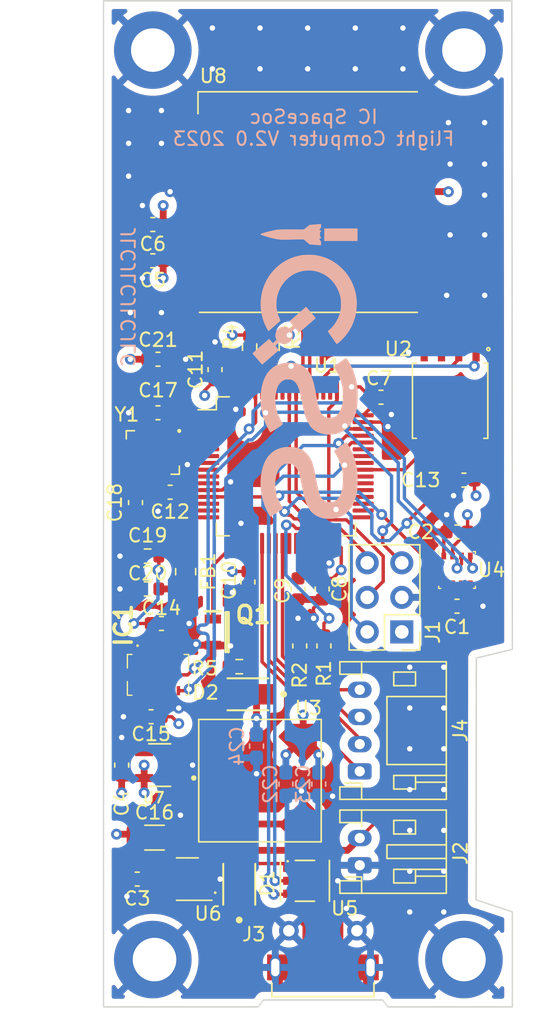
<source format=kicad_pcb>
(kicad_pcb (version 20211014) (generator pcbnew)
  (layers (0 "F.Cu" signal) (1 "In1.Cu" power) (2 "In2.Cu" power) (31 "B.Cu" signal) (34 "B.Paste" user) (35 "F.Paste" user) (36 "B.SilkS" user "B.Silkscreen") (37 "F.SilkS" user "F.Silkscreen") (38 "B.Mask" user) (39 "F.Mask" user) (44 "Edge.Cuts" user))
  (net 0 "")
  (net 5 "Net-(C9-Pad1)")
  (net 6 "Net-(C17-Pad1)")
  (net 12 "Net-(C18-Pad1)")
  (net 14 "/MCU/QUADSPI_CLK")
  (net 15 "/MCU/QUADSPI_IO0")
  (net 20 "/MCU/SPI1_SCK")
  (net 21 "/MCU/SPI1_MISO")
  (net 22 "/MCU/SPI1_MOSI")
  (net 23 "/MCU/Radio_Enable")
  (net 26 "/MCU/SYS_JTCK_SWCLK")
  (net 37 "/MCU/QUADSPI_IO1")
  (net 43 "Net-(Q1-Pad3)")
  (net 44 "/MCU/QUADSPI_NCS")
  (net 47 "Net-(R5-Pad1)")
  (net 48 "/MCU/usb_dm")
  (net 51 "/MCU/usb_dp")
  (net 52 "/MCU/SCL")
  (net 53 "GND")
  (net 54 "+3.3V")
  (net 57 "+3.3VA")
  (net 58 "VBUS")
  (net 61 "Net-(C3-Pad1)")
  (net 67 "/GPS/rx_gps")
  (net 68 "/GPS/tx_gps")
  (net 69 "Net-(J3-Pad2)")
  (net 70 "Net-(J3-Pad3)")
  (net 71 "/MCU/SYS_JTMS_SWDIO")
  (net 72 "/MCU/SYS_JTDO_SWO")
  (net 73 "/MCU/SYS_JTRST")
  (net 74 "/MCU/SYS_JTDI")
  (net 75 "/MCU/buzzer_gate")
  (net 76 "/MCU/SDA")
  (net 78 "Net-(J2-Pad2)")
  (net 79 "/MCU/PWR_BVOLTS")
  (net 80 "Net-(C20-Pad1)")
  (footprint "MountingHole:MountingHole_3.2mm_M3_ISO7380_Pad_TopBottom" (layer "F.Cu") (at 46.482 90.5)
    (fp_text reference "H4" hide)
    (fp_text value "MountingHole_Pad")
  )
  (footprint "Resistor_SMD:R_0603_1608Metric" (layer "F.Cu") (at 23.241 63.246 180)
    (fp_text reference "C20")
    (fp_text value "1uF")
  )
  (footprint "Capacitor_SMD:C_0603_1608Metric" (layer "F.Cu") (at 46.482 55.245 180)
    (fp_text reference "C13")
    (fp_text value "100nF")
  )
  (footprint "Resistor_SMD:R_0603_1608Metric" (layer "F.Cu") (at 29.972 68.961)
    (fp_text reference "R5")
    (fp_text value "68")
  )
  (footprint "Capacitor_SMD:C_0603_1608Metric" (layer "F.Cu") (at 24.003 50.292 180)
    (fp_text reference "C17")
    (fp_text value "8pF")
  )
  (footprint "Capacitor_SMD:C_0603_1608Metric" (layer "F.Cu") (at 24.892 56.134 180)
    (fp_text reference "C12")
    (fp_text value "100nF")
  )
  (footprint "Resistor_SMD:R_0603_1608Metric" (layer "F.Cu") (at 30.734 45.466 90)
    (fp_text reference "R4")
    (fp_text value "4.7k")
  )
  (footprint "Components:JST_PH_S2B-PH-K_1x02_P2.00mm_Horizontal" (layer "F.Cu") (at 38.825 83.566 90)
    (fp_text reference "J2")
    (fp_text value "Conn_01x02")
  )
  (footprint "Resistor_SMD:R_0805_2012Metric" (layer "F.Cu") (at 26.035 61.976 -90)
    (fp_text reference "FB1")
    (fp_text value "120R@100MHz")
  )
  (footprint "Components:Quectel_L80-R" (layer "F.Cu") (at 35.052 34.798)
    (fp_text reference "U8")
    (fp_text value "L80-M39")
  )
  (footprint "Resistor_SMD:R_0603_1608Metric" (layer "F.Cu") (at 32.385 45.466 90)
    (fp_text reference "R3")
    (fp_text value "4.7k")
  )
  (footprint "Components:SOT96P240X120-3N" (layer "F.Cu") (at 29.083 66.421)
    (fp_text reference "Q1")
    (fp_text value "2N7002-7-F" hide)
  )
  (footprint "Capacitor_SMD:C_0603_1608Metric" (layer "F.Cu") (at 23.622 36.449 180)
    (fp_text reference "C6")
    (fp_text value "100nF")
  )
  (footprint "Components:MOLEX_105017-0001" (layer "F.Cu") (at 36.12 91.078)
    (fp_text reference "J3")
    (fp_text value "105017-0001")
  )
  (footprint "Capacitor_SMD:C_0603_1608Metric" (layer "F.Cu") (at 30.607 62.738 -90)
    (fp_text reference "C10")
    (fp_text value "100nF")
  )
  (footprint "Capacitor_SMD:C_0603_1608Metric" (layer "F.Cu") (at 36.195 67.437 90)
    (fp_text reference "R1")
    (fp_text value "100k")
  )
  (footprint "Capacitor_SMD:C_0603_1608Metric" (layer "F.Cu") (at 24.257 65.786)
    (fp_text reference "C14")
    (fp_text value "100nF")
  )
  (footprint "Components:PowerDI123" (layer "F.Cu") (at 30.607 70.993)
    (fp_text reference "D2")
    (fp_text value "DFLS130L" hide)
  )
  (footprint "MountingHole:MountingHole_3.2mm_M3_ISO7380_Pad_TopBottom" (layer "F.Cu") (at 46.482 23.622)
    (fp_text reference "H2" hide)
    (fp_text value "MountingHole_Pad")
  )
  (footprint "Components:BMI088" (layer "F.Cu") (at 24.003 69.5635)
    (fp_text reference "IC1")
    (fp_text value "BMI088" hide)
  )
  (footprint "Capacitor_SMD:C_0603_1608Metric" (layer "F.Cu") (at 21.336 76.2 90)
    (fp_text reference "C4")
    (fp_text value "1uF")
  )
  (footprint "Components:JST_PH_S4B-PH-K_1x04_P2.00mm_Horizontal" (layer "F.Cu") (at 38.825 76.66 90)
    (fp_text reference "J4")
    (fp_text value "Conn_01x04")
  )
  (footprint "Capacitor_SMD:C_0603_1608Metric" (layer "F.Cu") (at 45.974 64.516)
    (fp_text reference "C1")
    (fp_text value "100nF")
  )
  (footprint "Components:SOT95P280X145-5N" (layer "F.Cu") (at 24.13 76.2 180)
    (fp_text reference "U7")
    (fp_text value "NCP161ASN330T1G")
  )
  (footprint "Capacitor_SMD:C_0603_1608Metric" (layer "F.Cu") (at 34.29 63.246 -90)
    (fp_text reference "C9")
    (fp_text value "4.7u")
  )
  (footprint "Components:ECS-80-8-33Q-ADS-TR3 Crystal" (layer "F.Cu") (at 23.622 53.213 180)
    (fp_text reference "Y1")
    (fp_text value "Crystal_GND24")
  )
  (footprint "Connector_PinHeader_2.54mm:PinHeader_2x03_P2.54mm_Vertical" (layer "F.Cu") (at 41.915 66.406 180)
    (fp_text reference "J1")
    (fp_text value "Conn_01x06_Male")
  )
  (footprint "Components:SDR08540M3-01 Buzzer" (layer "F.Cu") (at 31.496 77.343)
    (fp_text reference "U3")
    (fp_text value "SDR08540M3-01")
  )
  (footprint "Components:STF202-22T1G" (layer "F.Cu") (at 34.798 84.709 -90)
    (fp_text reference "U5")
    (fp_text value "STF202-22T1G" hide)
  )
  (footprint "Capacitor_SMD:C_0603_1608Metric" (layer "F.Cu") (at 24.003 46.355)
    (fp_text reference "C21")
    (fp_text value "4.7uF")
  )
  (footprint "Capacitor_SMD:C_0603_1608Metric" (layer "F.Cu") (at 22.479 84.582 180)
    (fp_text reference "C3")
    (fp_text value "1uF")
  )
  (footprint "Resistor_SMD:R_0603_1608Metric" (layer "F.Cu") (at 23.241 60.833 180)
    (fp_text reference "C19")
    (fp_text value "1uF")
  )
  (footprint "Components:PowerDI123" (layer "F.Cu") (at 29.972 84.963 -90)
    (fp_text reference "D1")
    (fp_text value "DFLS130L" hide)
  )
  (footprint "MountingHole:MountingHole_3.2mm_M3_ISO7380_Pad_TopBottom" (layer "F.Cu") (at 23.622 23.622)
    (fp_text reference "H3" hide)
    (fp_text value "MountingHole_Pad")
  )
  (footprint "Package_LGA:Bosch_LGA-8_2.5x2.5mm_P0.65mm_ClockwisePinNumbering" (layer "F.Cu") (at 45.974 61.849)
    (fp_text reference "U4")
    (fp_text value "BME280")
  )
  (footprint "Capacitor_SMD:C_0603_1608Metric" (layer "F.Cu") (at 36.068 63.246 -90)
    (fp_text reference "C8")
    (fp_text value "100nF")
  )
  (footprint "Capacitor_SMD:C_1206_3216Metric" (layer "F.Cu") (at 23.749 81.534)
    (fp_text reference "C16")
    (fp_text value "1uF")
  )
  (footprint "Capacitor_SMD:C_0603_1608Metric" (layer "F.Cu") (at 40.386 49.149)
    (fp_text reference "C7")
    (fp_text value "100nF")
  )
  (footprint "Capacitor_SMD:C_0603_1608Metric" (layer "F.Cu") (at 23.495 72.644)
    (fp_text reference "C15")
    (fp_text value "100nF")
  )
  (footprint "MountingHole:MountingHole_3.2mm_M3_ISO7380_Pad_TopBottom" (layer "F.Cu") (at 23.622 90.5)
    (fp_text reference "H1" hide)
    (fp_text value "MountingHole_Pad")
  )
  (footprint "Package_TO_SOT_SMD:SOT-23-5" (layer "F.Cu") (at 26.162 84.582 180)
    (fp_text reference "U6")
    (fp_text value "MAX40203_SOT23" hide)
  )
  (footprint "Capacitor_SMD:C_0603_1608Metric" (layer "F.Cu") (at 22.352 56.896 -90)
    (fp_text reference "C18")
    (fp_text value "8pF")
  )
  (footprint "Capacitor_SMD:C_0603_1608Metric" (layer "F.Cu") (at 45.974 59.055 180)
    (fp_text reference "C2")
    (fp_text value "100nF")
  )
  (footprint "Capacitor_SMD:C_0603_1608Metric" (layer "F.Cu") (at 34.417 67.437 90)
    (fp_text reference "R2")
    (fp_text value "100k")
  )
  (footprint "Components:LQFP-64_10x10mm_P0.5mm" (layer "F.Cu") (at 33.401 54.229)
    (fp_text reference "U1")
    (fp_text value "STM32F446RETx")
  )
  (footprint "Components:W25Q64JVSSIQ" (layer "F.Cu") (at 45.466 49.403 -90)
    (fp_text reference "U2")
    (fp_text value "W25Q64JVSS" hide)
  )
  (footprint "Capacitor_SMD:C_0603_1608Metric" (layer "F.Cu") (at 28.194 47.117 90)
    (fp_text reference "C11")
    (fp_text value "100nF")
  )
  (footprint "Capacitor_SMD:C_0603_1608Metric" (layer "F.Cu") (at 23.622 39.116 180)
    (fp_text reference "C5")
    (fp_text value "100nF")
  )
  (footprint "Components:ICSS_Logo" (layer "B.Cu") (at 34.798 47.244 -90)
    (fp_text reference "G***" hide)
    (fp_text value "LOGO" hide)
  )
  (footprint "Capacitor_SMD:C_0603_1608Metric_Pad1.08x0.95mm_HandSolder" (layer "B.Cu") (at 35.814 77.597 -90)
    (fp_text reference "C23")
    (fp_text value "1uF")
  )
  (footprint "Capacitor_SMD:C_0603_1608Metric_Pad1.08x0.95mm_HandSolder" (layer "B.Cu") (at 33.401 77.597 -90)
    (fp_text reference "C22")
    (fp_text value "1uF")
  )
  (footprint "Capacitor_SMD:C_0603_1608Metric_Pad1.08x0.95mm_HandSolder" (layer "B.Cu") (at 31.242 74.803 -90)
    (fp_text reference "C24")
    (fp_text value "1uF")
  )
  (gr_poly (pts (xy 50.038 67.691) (xy 47.39099 68.326) (xy 47.371 86.106) (xy 50.038 86.995) (xy 50.038 93.98) (xy 40.894 93.98) (xy 40.513 93.472) (xy 31.75 93.472) (xy 31.369 93.98) (xy 20 93.98) (xy 20 20) (xy 50 20)) (layer "Edge.Cuts") (width 0.1) (fill none))
  (gr_text "JLCJLCJLCJLC" (at 21.844 41.783 90) (layer "B.SilkS") (effects (font (size 1 1)) (justify mirror)))
  (gr_text "IC SpaceSoc\nFlight Computer V2.0 2023" (at 35.433 29.337) (layer "B.SilkS") (effects (font (size 1 1)) (justify mirror)))
  (segment (start 34.29 61.592343) (end 34.878343 61.004) (width 0.25) (layer "F.Cu") (net 5))
  (segment (start 34.878343 61.004) (end 35.891685 61.004) (width 0.25) (layer "F.Cu") (net 5))
  (segment (start 35.891685 61.004) (end 36.151 60.744685) (width 0.25) (layer "F.Cu") (net 5))
  (segment (start 36.151 60.744685) (end 36.151 59.904) (width 0.25) (layer "F.Cu") (net 5))
  (segment (start 34.29 62.471) (end 34.29 61.592343) (width 0.25) (layer "F.Cu") (net 5))
  (segment (start 24.778 50.292) (end 24.778 50.686) (width 0.25) (layer "F.Cu") (net 6))
  (segment (start 23.876 51.308) (end 25.4 51.308) (width 0.25) (layer "F.Cu") (net 6))
  (segment (start 23.749 51.435) (end 23.876 51.308) (width 0.25) (layer "F.Cu") (net 6))
  (segment (start 24.772 52.313) (end 23.992 52.313) (width 0.25) (layer "F.Cu") (net 6))
  (segment (start 26.571 52.479) (end 27.726 52.479) (width 0.25) (layer "F.Cu") (net 6))
  (segment (start 23.749 52.07) (end 23.749 51.435) (width 0.25) (layer "F.Cu") (net 6))
  (segment (start 23.992 52.313) (end 23.749 52.07) (width 0.25) (layer "F.Cu") (net 6))
  (segment (start 25.4 51.308) (end 26.571 52.479) (width 0.25) (layer "F.Cu") (net 6))
  (segment (start 24.778 50.686) (end 25.4 51.308) (width 0.25) (layer "F.Cu") (net 6))
  (segment (start 26.885315 52.979) (end 27.726 52.979) (width 0.25) (layer "F.Cu") (net 12))
  (segment (start 22.352 54.233) (end 22.472 54.113) (width 0.25) (layer "F.Cu") (net 12))
  (segment (start 26.651315 53.213) (end 26.885315 52.979) (width 0.25) (layer "F.Cu") (net 12))
  (segment (start 23.372 53.213) (end 26.651315 53.213) (width 0.25) (layer "F.Cu") (net 12))
  (segment (start 22.352 56.121) (end 22.352 54.233) (width 0.25) (layer "F.Cu") (net 12))
  (segment (start 22.472 54.113) (end 23.372 53.213) (width 0.25) (layer "F.Cu") (net 12))
  (segment (start 44.831 55.8015) (end 44.831 53.0479) (width 0.25) (layer "F.Cu") (net 14))
  (segment (start 42.286003 58.346497) (end 44.831 55.8015) (width 0.25) (layer "F.Cu") (net 14))
  (segment (start 33.735397 57.819382) (end 34.010397 58.094382) (width 0.25) (layer "F.Cu") (net 14))
  (segment (start 42.286003 58.424997) (end 42.286003 58.346497) (width 0.25) (layer "F.Cu") (net 14))
  (segment (start 33.3055 57.553317) (end 33.571565 57.819382) (width 0.25) (layer "F.Cu") (net 14))
  (segment (start 35.151 58.926919) (end 35.151 59.904) (width 0.25) (layer "F.Cu") (net 14))
  (segment (start 34.010397 58.094382) (end 34.318463 58.094382) (width 0.25) (layer "F.Cu") (net 14))
  (segment (start 34.318463 58.094382) (end 35.151 58.926919) (width 0.25) (layer "F.Cu") (net 14))
  (segment (start 33.571565 57.819382) (end 33.735397 57.819382) (width 0.25) (layer "F.Cu") (net 14))
  (via (at 42.286003 58.424997) (size 0.8) (drill 0.4) (layers "F.Cu" "B.Cu") (net 14))
  (via (at 33.3055 57.553317) (size 0.8) (drill 0.4) (layers "F.Cu" "B.Cu") (net 14))
  (segment (start 39.713021 57.748417) (end 39.713021 59.190826) (width 0.25) (layer "B.Cu") (net 14))
  (segment (start 34.274817 56.584) (end 38.548604 56.584) (width 0.25) (layer "B.Cu") (net 14))
  (segment (start 38.548604 56.584) (end 39.713021 57.748417) (width 0.25) (layer "B.Cu") (net 14))
  (segment (start 40.212695 59.6905) (end 41.0205 59.6905) (width 0.25) (layer "B.Cu") (net 14))
  (segment (start 33.3055 57.553317) (end 34.274817 56.584) (width 0.25) (layer "B.Cu") (net 14))
  (segment (start 41.0205 59.6905) (end 42.286003 58.424997) (width 0.25) (layer "B.Cu") (net 14))
  (segment (start 39.713021 59.190826) (end 40.212695 59.6905) (width 0.25) (layer "B.Cu") (net 14))
  (segment (start 39.076 54.479) (end 42.1299 54.479) (width 0.25) (layer "F.Cu") (net 15))
  (segment (start 42.1299 54.479) (end 43.561 53.0479) (width 0.25) (layer "F.Cu") (net 15))
  (segment (start 37.084 74.919) (end 38.825 76.66) (width 0.25) (layer "F.Cu") (net 20))
  (segment (start 33.379995 70.337) (end 34.267604 70.337) (width 0.25) (layer "F.Cu") (net 20))
  (segment (start 31.651 59.904) (end 31.651 68.608005) (width 0.25) (layer "F.Cu") (net 20))
  (segment (start 34.267604 70.337) (end 37.084 73.153396) (width 0.25) (layer "F.Cu") (net 20))
  (segment (start 37.084 73.153396) (end 37.084 74.919) (width 0.25) (layer "F.Cu") (net 20))
  (segment (start 31.651 68.608005) (end 33.379995 70.337) (width 0.25) (layer "F.Cu") (net 20))
  (segment (start 32.151 68.471609) (end 33.566391 69.887) (width 0.25) (layer "F.Cu") (net 21))
  (segment (start 32.151 59.904) (end 32.151 68.471609) (width 0.25) (layer "F.Cu") (net 21))
  (segment (start 38.825 74.258) (end 38.825 74.66) (width 0.25) (layer "F.Cu") (net 21))
  (segment (start 34.454 69.887) (end 38.825 74.258) (width 0.25) (layer "F.Cu") (net 21))
  (segment (start 33.566391 69.887) (end 34.454 69.887) (width 0.25) (layer "F.Cu") (net 21))
  (segment (start 34.764604 69.437) (end 37.987604 72.66) (width 0.25) (layer "F.Cu") (net 22))
  (segment (start 32.651 68.335213) (end 33.752787 69.437) (width 0.25) (layer "F.Cu") (net 22))
  (segment (start 32.651 59.904) (end 32.651 68.335213) (width 0.25) (layer "F.Cu") (net 22))
  (segment (start 33.752787 69.437) (end 34.764604 69.437) (width 0.25) (layer "F.Cu") (net 22))
  (segment (start 37.987604 72.66) (end 38.825 72.66) (width 0.25) (layer "F.Cu") (net 22))
  (segment (start 34.951 68.987) (end 36.624 70.66) (width 0.25) (layer "F.Cu") (net 23))
  (segment (start 33.151 59.904) (end 33.151 68.198817) (width 0.25) (layer "F.Cu") (net 23))
  (segment (start 33.939183 68.987) (end 34.951 68.987) (width 0.25) (layer "F.Cu") (net 23))
  (segment (start 33.151 68.198817) (end 33.939183 68.987) (width 0.25) (layer "F.Cu") (net 23))
  (segment (start 36.624 70.66) (end 38.825 70.66) (width 0.25) (layer "F.Cu") (net 23))
  (segment (start 36.551418 49.994267) (end 37.151 49.394685) (width 0.25) (layer "F.Cu") (net 26))
  (segment (start 36.551418 56.871418) (end 36.551418 49.994267) (width 0.25) (layer "F.Cu") (net 26))
  (segment (start 37.084 57.404) (end 36.551418 56.871418) (width 0.25) (layer "F.Cu") (net 26))
  (segment (start 37.151 49.394685) (end 37.151 48.554) (width 0.25) (layer "F.Cu") (net 26))
  (via (at 37.084 57.404) (size 0.8) (drill 0.4) (layers "F.Cu" "B.Cu") (net 26))
  (segment (start 38.2 65.231) (end 39.375 66.406) (width 0.25) (layer "B.Cu") (net 26))
  (segment (start 37.084 57.404) (end 37.719 57.404) (width 0.25) (layer "B.Cu") (net 26))
  (segment (start 37.719 57.404) (end 38.2 57.885) (width 0.25) (layer "B.Cu") (net 26))
  (segment (start 38.2 57.885) (end 38.2 65.231) (width 0.25) (layer "B.Cu") (net 26))
  (segment (start 46.101 46.355) (end 46.101 45.7581) (width 0.25) (layer "F.Cu") (net 37))
  (segment (start 37.001315 46.863) (end 45.593 46.863) (width 0.25) (layer "F.Cu") (net 37))
  (segment (start 36.151 47.713315) (end 37.001315 46.863) (width 0.25) (layer "F.Cu") (net 37))
  (segment (start 36.151 48.554) (end 36.151 47.713315) (width 0.25) (layer "F.Cu") (net 37))
  (segment (start 45.593 46.863) (end 46.101 46.355) (width 0.25) (layer "F.Cu") (net 37))
  (segment (start 30.133 66.582) (end 30.133 66.421) (width 0.5) (layer "F.Cu") (net 43))
  (segment (start 30.797 68.961) (end 30.797 67.246) (width 0.5) (layer "F.Cu") (net 43))
  (segment (start 30.797 67.246) (end 30.133 66.582) (width 0.5) (layer "F.Cu") (net 43))
  (segment (start 33.501315 46.863) (end 32.651 47.713315) (width 0.25) (layer "F.Cu") (net 44))
  (segment (start 32.651 47.713315) (end 32.651 48.554) (width 0.25) (layer "F.Cu") (net 44))
  (segment (start 47.244 46.863) (end 47.371 46.736) (width 0.25) (layer "F.Cu") (net 44))
  (segment (start 47.371 46.736) (end 47.371 45.7581) (width 0.25) (layer "F.Cu") (net 44))
  (segment (start 33.782 46.863) (end 33.501315 46.863) (width 0.25) (layer "F.Cu") (net 44))
  (via (at 33.782 46.863) (size 0.8) (drill 0.4) (layers "F.Cu" "B.Cu") (net 44))
  (via (at 47.244 46.863) (size 0.8) (drill 0.4) (layers "F.Cu" "B.Cu") (net 44))
  (segment (start 47.244 46.863) (end 33.782 46.863) (width 0.25) (layer "B.Cu") (net 44))
  (segment (start 28.306 74.153) (end 28.306 80.533) (width 0.5) (layer "F.Cu") (net 47))
  (segment (start 29.082 73.377) (end 28.306 74.153) (width 0.5) (layer "F.Cu") (net 47))
  (segment (start 29.082 70.993) (end 29.082 73.377) (width 0.5) (layer "F.Cu") (net 47))
  (segment (start 29.082 70.993) (end 29.082 69.026) (width 0.5) (layer "F.Cu") (net 47))
  (segment (start 34.686 80.533) (end 28.306 80.533) (width 0.5) (layer "F.Cu") (net 47))
  (segment (start 29.082 69.026) (end 29.147 68.961) (width 0.25) (layer "F.Cu") (net 47))
  (segment (start 32.60178 84.708013) (end 33.672013 84.708013) (width 0.25) (layer "F.Cu") (net 48))
  (segment (start 38.235315 52.479) (end 39.076 52.479) (width 0.25) (layer "F.Cu") (net 48))
  (segment (start 37.707254 54.141922) (end 37.973 53.876176) (width 0.25) (layer "F.Cu") (net 48))
  (segment (start 37.973 52.741315) (end 38.235315 52.479) (width 0.25) (layer "F.Cu") (net 48))
  (segment (start 37.973 53.876176) (end 37.973 52.741315) (width 0.25) (layer "F.Cu") (net 48))
  (segment (start 33.672013 84.708013) (end 33.673 84.709) (width 0.25) (layer "F.Cu") (net 48))
  (via (at 37.707254 54.141922) (size 0.8) (drill 0.4) (layers "F.Cu" "B.Cu") (net 48))
  (via (at 32.60178 84.708013) (size 0.8) (drill 0.4) (layers "F.Cu" "B.Cu") (net 48))
  (segment (start 36.895176 54.954) (end 33.21309 54.954) (width 0.25) (layer "B.Cu") (net 48))
  (segment (start 37.707254 54.141922) (end 36.895176 54.954) (width 0.25) (layer "B.Cu") (net 48))
  (segment (start 32.168895 55.998195) (end 32.168895 57.019316) (width 0.25) (layer "B.Cu") (net 48))
  (segment (start 32.581 84.687233) (end 32.60178 84.708013) (width 0.25) (layer "B.Cu") (net 48))
  (segment (start 33.21309 54.954) (end 32.168895 55.998195) (width 0.25) (layer "B.Cu") (net 48))
  (segment (start 32.168895 57.019316) (end 32.581 57.431421) (width 0.25) (layer "B.Cu") (net 48))
  (segment (start 32.581 57.431421) (end 32.581 84.687233) (width 0.25) (layer "B.Cu") (net 48))
  (segment (start 37.276418 52.542131) (end 37.839549 51.979) (width 0.25) (layer "F.Cu") (net 51))
  (segment (start 37.839549 51.979) (end 39.076 51.979) (width 0.25) (layer "F.Cu") (net 51))
  (segment (start 32.501461 85.702469) (end 33.629531 85.702469) (width 0.25) (layer "F.Cu") (net 51))
  (segment (start 33.629531 85.702469) (end 33.673 85.659) (width 0.25) (layer "F.Cu") (net 51))
  (via (at 32.501461 85.702469) (size 0.8) (drill 0.4) (layers "F.Cu" "B.Cu") (net 51))
  (via (at 37.276418 52.542131) (size 0.8) (drill 0.4) (layers "F.Cu" "B.Cu") (net 51))
  (segment (start 37.276418 52.542131) (end 37.116621 52.701928) (width 0.25) (layer "B.Cu") (net 51))
  (segment (start 32.301195 85.434) (end 32.301195 85.502203) (width 0.25) (layer "B.Cu") (net 51))
  (segment (start 31.8765 84.408695) (end 31.8765 85.009305) (width 0.25) (layer "B.Cu") (net 51))
  (segment (start 31.718895 55.657105) (end 31.718895 57.205712) (width 0.25) (layer "B.Cu") (net 51))
  (segment (start 31.718895 57.205712) (end 32.131 57.617817) (width 0.25) (layer "B.Cu") (net 51))
  (segment (start 32.301195 85.502203) (end 32.501461 85.702469) (width 0.25) (layer "B.Cu") (net 51))
  (segment (start 31.8765 85.009305) (end 32.301195 85.434) (width 0.25) (layer "B.Cu") (net 51))
  (segment (start 34.674072 52.701928) (end 31.718895 55.657105) (width 0.25) (layer "B.Cu") (net 51))
  (segment (start 32.131 84.154195) (end 31.8765 84.408695) (width 0.25) (layer "B.Cu") (net 51))
  (segment (start 32.131 57.617817) (end 32.131 84.154195) (width 0.25) (layer "B.Cu") (net 51))
  (segment (start 37.116621 52.701928) (end 34.674072 52.701928) (width 0.25) (layer "B.Cu") (net 51))
  (segment (start 46.949 60.824) (end 46.949 61.554) (width 0.25) (layer "F.Cu") (net 52))
  (segment (start 31.151 46.708) (end 30.734 46.291) (width 0.25) (layer "F.Cu") (net 52))
  (segment (start 25.918 69.5635) (end 26.1945 69.5635) (width 0.25) (layer "F.Cu") (net 52))
  (segment (start 30.693273 51.476434) (end 31.176 50.993707) (width 0.25) (layer "F.Cu") (net 52))
  (segment (start 26.1945 69.5635) (end 26.67 69.088) (width 0.25) (layer "F.Cu") (net 52))
  (segment (start 46.949 61.554) (end 47.117 61.722) (width 0.25) (layer "F.Cu") (net 52))
  (segment (start 31.151 48.554) (end 31.151 46.708) (width 0.25) (layer "F.Cu") (net 52))
  (segment (start 31.176 50.993707) (end 31.176 48.834) (width 0.25) (layer "F.Cu") (net 52))
  (via (at 47.117 61.722) (size 0.8) (drill 0.4) (layers "F.Cu" "B.Cu") (net 52))
  (via (at 30.693273 51.476434) (size 0.8) (drill 0.4) (layers "F.Cu" "B.Cu") (net 52))
  (via (at 26.67 69.088) (size 0.8) (drill 0.4) (layers "F.Cu" "B.Cu") (net 52))
  (segment (start 27.686 65.602) (end 27.686 65.552) (width 0.25) (layer "B.Cu") (net 52))
  (segment (start 30.988 50.185382) (end 30.988 51.181707) (width 0.25) (layer "B.Cu") (net 52))
  (segment (start 30.988 51.181707) (end 30.693273 51.476434) (width 0.25) (layer "B.Cu") (net 52))
  (segment (start 27.386 66.502) (end 27.236 66.502) (width 0.25) (layer "B.Cu") (net 52))
  (segment (start 27.686 68.072) (end 27.686 66.802) (width 0.25) (layer "B.Cu") (net 52))
  (segment (start 38.01 49.567) (end 31.606382 49.567) (width 0.25) (layer "B.Cu") (net 52))
  (segment (start 30.693273 51.602727) (end 30.693273 51.476434) (width 0.25) (layer "B.Cu") (net 52))
  (segment (start 31.606382 49.567) (end 30.988 50.185382) (width 0.25) (layer "B.Cu") (net 52))
  (segment (start 27.686 65.552) (end 27.686 54.61) (width 0.25) (layer "B.Cu") (net 52))
  (segment (start 42.106 53.663) (end 38.01 49.567) (width 0.25) (layer "B.Cu") (net 52))
  (segment (start 42.106 56.584) (end 42.106 53.663) (width 0.25) (layer "B.Cu") (net 52))
  (segment (start 27.686 54.61) (end 30.693273 51.602727) (width 0.25) (layer "B.Cu") (net 52))
  (segment (start 26.67 69.088) (end 27.686 68.072) (width 0.25) (layer "B.Cu") (net 52))
  (segment (start 47.117 61.722) (end 47.117 61.595) (width 0.25) (layer "B.Cu") (net 52))
  (segment (start 47.117 61.595) (end 42.106 56.584) (width 0.25) (layer "B.Cu") (net 52))
  (segment (start 27.236 65.902) (end 27.386 65.902) (width 0.25) (layer "B.Cu") (net 52))
  (arc (start 26.936 66.202) (mid 27.023868 65.989868) (end 27.236 65.902) (width 0.25) (layer "B.Cu") (net 52))
  (arc (start 27.686 66.802) (mid 27.598132 66.589868) (end 27.386 66.502) (width 0.25) (layer "B.Cu") (net 52))
  (arc (start 27.236 66.502) (mid 27.023868 66.414132) (end 26.936 66.202) (width 0.25) (layer "B.Cu") (net 52))
  (arc (start 27.386 65.902) (mid 27.598132 65.814132) (end 27.686 65.602) (width 0.25) (layer "B.Cu") (net 52))
  (segment (start 24.003 57.531) (end 22.492 57.531) (width 0.25) (layer "F.Cu") (net 53))
  (segment (start 28.194 46.342) (end 28.194 45.085) (width 0.25) (layer "F.Cu") (net 53))
  (segment (start 26.035 46.355) (end 24.778 46.355) (width 0.25) (layer "F.Cu") (net 53))
  (segment (start 45.707 55.245) (end 45.707 56.375) (width 0.25) (layer "F.Cu") (net 53))
  (segment (start 21.844 50.292) (end 23.228 50.292) (width 0.25) (layer "F.Cu") (net 53))
  (segment (start 25.527 72.009) (end 25.003 71.485) (width 0.25) (layer "F.Cu") (net 53))
  (segment (start 45.199 59.055) (end 45.199 57.798) (width 0.25) (layer "F.Cu") (net 53))
  (segment (start 22.86 40.386) (end 22.86 36.462) (width 0.5) (layer "F.Cu") (net 53))
  (segment (start 25.032 66.757) (end 25.032 65.786) (width 0.25) (layer "F.Cu") (net 53))
  (segment (start 22.416 60.833) (end 21.209 60.833) (width 0.25) (layer "F.Cu") (net 53))
  (segment (start 24.783 54.102) (end 24.772 54.113) (width 0.25) (layer "F.Cu") (net 53))
  (segment (start 46.949 64.316) (end 46.749 64.516) (width 0.25) (layer "F.Cu") (net 53))
  (segment (start 24.003 56.248) (end 24.117 56.134) (width 0.25) (layer "F.Cu") (net 53))
  (segment (start 26.162 54.102) (end 24.783 54.102) (width 0.25) (layer "F.Cu") (net 53))
  (segment (start 36.261 83.759) (end 37.211 84.709) (width 0.25) (layer "F.Cu") (net 53))
  (segment (start 22.86 36.462) (end 22.847 36.449) (width 0.25) (layer "F.Cu") (net 53))
  (segment (start 35.923 83.759) (end 36.261 83.759) (width 0.25) (layer "F.Cu") (net 53))
  (segment (start 42.418 45.847) (end 42.5069 45.7581) (width 0.25) (layer "F.Cu") (net 53))
  (segment (start 41.161 49.149) (end 41.161 50.406) (width 0.25) (layer "F.Cu") (net 53))
  (segment (start 45.649 63.416) (end 46.749 64.516) (width 0.25) (layer "F.Cu") (net 53))
  (segment (start 42.81 41.656) (end 42.802 41.648) (width 0.5) (layer "F.Cu") (net 53))
  (segment (start 45.212 41.656) (end 42.81 41.656) (width 0.5) (layer "F.Cu") (net 53))
  (segment (start 24.003 57.531) (end 24.003 56.248) (width 0.25) (layer "F.Cu") (net 53))
  (segment (start 26.797 67.31) (end 26.868 67.381) (width 0.25) (layer "F.Cu") (net 53))
  (segment (start 25.003 71.485) (end 25.003 70.7285) (width 0.25) (layer "F.Cu") (net 53))
  (segment (start 30.151 58.472) (end 30.151 59.904) (width 0.25) (layer "F.Cu") (net 53))
  (segment (start 46.949 62.874) (end 46.949 64.316) (width 0.25) (layer "F.Cu") (net 53))
  (segment (start 36.577642 61.342642) (end 36.651 61.269284) (width 0.25) (layer "F.Cu") (net 53))
  (segment (start 29.464 63.5) (end 29.477 63.513) (width 0.25) (layer "F.Cu") (net 53))
  (segment (start 21.463 72.644) (end 22.72 72.644) (width 0.25) (layer "F.Cu") (net 53))
  (segment (start 24.003 67.786) (end 25.032 66.757) (width 0.25) (layer "F.Cu") (net 53))
  (segment (start 36.651 61.269284) (end 36.651 59.904) (width 0.25) (layer "F.Cu") (net 53))
  (segment (start 21.336 74.168) (end 21.336 75.425) (width 0.5) (layer "F.Cu") (net 53))
  (segment (start 25.224 81.534) (end 25.224 80.313) (width 0.5) (layer "F.Cu") (net 53))
  (segment (start 22.86 35.052) (end 22.86 36.462) (width 0.5) (layer "F.Cu") (net 53))
  (segment (start 40.894 51.308) (end 40.565 50.979) (width 0.25) (layer "F.Cu") (net 53))
  (segment (start 45.199 57.798) (end 45.212 57.785) (width 0.25) (layer "F.Cu") (net 53))
  (segment (start 30.099 58.42) (end 30.151 58.472) (width 0.25) (layer "F.Cu") (net 53))
  (segment (start 34.29 64.021) (end 34.29 65.405) (width 0.25) (layer "F.Cu") (net 53))
  (segment (start 34.417 65.532) (end 34.29 65.405) (width 0.25) (layer "F.Cu") (net 53))
  (segment (start 47.879 64.516) (end 46.749 64.516) (width 0.25) (layer "F.Cu") (net 53))
  (segment (start 21.717 85.852) (end 21.717 84.595) (width 0.25) (layer "F.Cu") (net 53))
  (segment (start 22.472 52.313) (end 22.472 50.92) (width 0.25) (layer "F.Cu") (net 53))
  (segment (start 35.433 64.656) (end 36.068 64.021) (width 0.25) (layer "F.Cu") (net 53))
  (segment (start 29.477 63.513) (end 30.607 63.513) (width 0.25) (layer "F.Cu") (net 53))
  (segment (start 37.42 88.403) (end 37.42 87.167) (width 0.25) (layer "F.Cu") (net 53))
  (segment (start 26.289 65.786) (end 25.032 65.786) (width 0.25) (layer "F.Cu") (net 53))
  (segment (start 29.718 50.038) (end 30.151 49.605) (width 0.25) (layer "F.Cu") (net 53))
  (segment (start 24.003 68.3985) (end 24.003 67.786) (width 0.25) (layer "F.Cu") (net 53))
  (segment (start 45.707 56.375) (end 45.72 56.388) (width 0.25) (layer "F.Cu") (net 53))
  (segment (start 45.331 28.948) (end 45.339 28.956) (width 0.25) (layer "F.Cu") (net 53))
  (segment (start 29.337 55.372) (end 28.73 55.979) (width 0.25) (layer "F.Cu") (net 53))
  (segment (start 22.472 50.92) (end 21.844 50.292) (width 0.25) (layer "F.Cu") (net 53))
  (segment (start 34.417 66.662) (end 34.417 65.532) (width 0.25) (layer "F.Cu") (net 53))
  (segment (start 21.717 84.595) (end 21.704 84.582) (width 0.25) (layer "F.Cu") (net 53))
  (segment (start 42.802 28.948) (end 45.331 28.948) (width 0.5) (layer "F.Cu") (net 53))
  (segment (start 25.003 65.815) (end 25.003 68.3985) (width 0.25) (layer "F.Cu") (net 53))
  (segment (start 24.892 34.036) (end 27.294 34.036) (width 0.5) (layer "F.Cu") (net 53))
  (segment (start 44.999 59.255) (end 45.199 59.055) (width 0.25) (layer "F.Cu") (net 53))
  (segment (start 28.73 55.979) (end 27.726 55.979) (width 0.25) (layer "F.Cu") (net 53))
  (segment (start 22.492 57.531) (end 22.352 57.671) (width 0.25) (layer "F.Cu") (net 53))
  (segment (start 22.503 70.7285) (end 22.503 72.427) (width 0.25) (layer "F.Cu") (net 53))
  (segment (start 41.161 50.406) (end 41.148 50.419) (width 0.25) (layer "F.Cu") (net 53))
  (segment (start 29.337 67.437) (end 28.089 67.437) (width 0.5) (layer "F.Cu") (net 53))
  (segment (start 28.089 67.437) (end 28.033 67.381) (width 0.25) (layer "F.Cu") (net 53))
  (segment (start 26.543 76.2) (end 25.275 76.2) (width 0.5) (layer "F.Cu") (net 53))
  (segment (start 25.032 65.786) (end 25.003 65.815) (width 0.25) (layer "F.Cu") (net 53))
  (segment (start 37.42 87.167) (end 37.846 86.741) (width 0.25) (layer "F.Cu") (net 53))
  (segment (start 26.868 67.381) (end 28.033 67.381) (width 0.5) (layer "F.Cu") (net 53))
  (segment (start 45.649 62.874) (end 45.649 63.416) (width 0.25) (layer "F.Cu") (net 53))
  (segment (start 44.999 60.824) (end 44.999 59.255) (width 0.25) (layer "F.Cu") (net 53))
  (segment (start 35.433 65.405) (end 35.433 64.656) (width 0.25) (layer "F.Cu") (net 53))
  (segment (start 39.32 91.078) (end 32.92 91.078) (width 0.25) (layer "F.Cu") (net 53))
  (segment (start 25.224 80.313) (end 25.654 79.883) (width 0.5) (layer "F.Cu") (net 53))
  (segment (start 30.151 49.605) (end 30.151 48.554) (width 0.25) (layer "F.Cu") (net 53))
  (segment (start 40.565 50.979) (end 39.076 50.979) (width 0.25) (layer "F.Cu") (net 53))
  (segment (start 42.5069 45.7581) (end 43.561 45.7581) (width 0.25) (layer "F.Cu") (net 53))
  (segment (start 28.575 84.582) (end 27.2995 84.582) (width 0.25) (layer "F.Cu") (net 53))
  (segment (start 22.503 72.427) (end 22.72 72.644) (width 0.25) (layer "F.Cu") (net 53))
  (segment (start 27.294 34.036) (end 27.302 34.028) (width 0.25) (layer "F.Cu") (net 53))
  (segment (start 21.209 63.246) (end 22.416 63.246) (width 0.25) (layer "F.Cu") (net 53))
  (via (at 21.844 50.292) (size 0.8) (drill 0.4) (layers "F.Cu" "B.Cu") (net 53))
  (via (at 21.844 32.893) (size 0.8) (drill 0.4) (layers "F.Cu" "B.Cu") (net 53))
  (via (at 42.5 72) (size 0.8) (drill 0.4) (layers "F.Cu" "B.Cu") (net 53))
  (via (at 24.892 34.036) (size 0.8) (drill 0.4) (layers "F.Cu" "B.Cu") (net 53))
  (via (at 36.577642 61.342642) (size 0.8) (drill 0.4) (layers "F.Cu" "B.Cu") (net 53))
  (via (at 34.544 78.105) (size 0.8) (drill 0.4) (layers "F.Cu" "B.Cu") (net 53))
  (via (at 21.463 72.644) (size 0.8) (drill 0.4) (layers "F.Cu" "B.Cu") (net 53))
  (via (at 28.575 84.582) (size 0.8) (drill 0.4) (layers "F.Cu" "B.Cu") (net 53))
  (via (at 21.209 60.833) (size 0.8) (drill 0.4) (layers "F.Cu" "B.Cu") (net 53))
  (via (at 40.894 51.308) (size 0.8) (drill 0.4) (layers "F.Cu" "B.Cu") (net 53))
  (via (at 42.418 45.847) (size 0.8) (drill 0.4) (layers "F.Cu" "B.Cu") (net 53))
  (via (at 35 22) (size 0.8) (drill 0.4) (layers "F.Cu" "B.Cu") (net 53))
  (via (at 42 22) (size 0.8) (drill 0.4) (layers "F.Cu" "B.Cu") (net 53))
  (via (at 26.797 67.31) (size 0.8) (drill 0.4) (layers "F.Cu" "B.Cu") (net 53))
  (via (at 45 69) (size 0.8) (drill 0.4) (layers "F.Cu" "B.Cu") (net 53))
  (via (at 42.5 81) (size 0.8) (drill 0.4) (layers "F.Cu" "B.Cu") (net 53))
  (via (at 48.006 37.211) (size 0.8) (drill 0.4) (layers "F.Cu" "B.Cu") (net 53))
  (via (at 21.971 42.926) (size 0.8) (drill 0.4) (layers "F.Cu" "B.Cu") (net 53))
  (via (at 42.5 87) (size 0.8) (drill 0.4) (layers "F.Cu" "B.Cu") (net 53))
  (via (at 22.86 35.052) (size 0.8) (drill 0.4) (layers "F.Cu" "B.Cu") (net 53))
  (via (at 31.5 25) (size 0.8) (drill 0.4) (layers "F.Cu" "B.Cu") (net 53))
  (via (at 45.466 37.211) (size 0.8) (drill 0.4) (layers "F.Cu" "B.Cu") (net 53))
  (via (at 21.336 74.168) (size 0.8) (drill 0.4) (layers "F.Cu" "B.Cu") (net 53))
  (via (at 35.433 65.405) (size 0.8) (drill 0.4) (layers "F.Cu" "B.Cu") (net 53))
  (via (at 21.717 85.852) (size 0.8) (drill 0.4) (layers "F.Cu" "B.Cu") (net 53))
  (via (at 29.464 63.5) (size 0.8) (drill 0.4) (layers "F.Cu" "B.Cu") (net 53))
  (via (at 34.29 65.405) (size 0.8) (drill 0.4) (layers "F.Cu" "B.Cu") (net 53))
  (via (at 22.86 40.386) (size 0.8) (drill 0.4) (layers "F.Cu" "B.Cu") (net 53))
  (via (at 37.211 84.709) (size 0.8) (drill 0.4) (layers "F.Cu" "B.Cu") (net 53))
  (via (at 35 25) (size 0.8) (drill 0.4) (layers "F.Cu" "B.Cu") (net 53))
  (via (at 24.257 30.48) (size 0.8) (drill 0.4) (layers "F.Cu" "B.Cu") (net 53))
  (via (at 42.5 78) (size 0.8) (drill 0.4) (layers "F.Cu" "B.Cu") (net 53))
  (via (at 45 78) (size 0.8) (drill 0.4) (layers "F.Cu" "B.Cu") (net 53))
  (via (at 37.846 86.741) (size 0.8) (drill 0.4) (layers "F.Cu" "B.Cu") (net 53))
  (via (at 48 34.29) (size 0.8) (drill 0.4) (layers "F.Cu" "B.Cu") (net 53))
  (via (at 30.099 58.42) (size 0.8) (drill 0.4) (layers "F.Cu" "B.Cu") (net 53))
  (via (at 36.83 78.486) (size 0.8) (drill 0.4) (layers "F.Cu" "B.Cu") (net 53))
  (via (at 26.162 54.102) (size 0.8) (drill 0.4) (layers "F.Cu" "B.Cu") (net 53))
  (via (at 29.337 55.372) (size 0.8) (drill 0.4) (layers "F.Cu" "B.Cu") (net 53))
  (via (at 28.194 45.085) (size 0.8) (drill 0.4) (layers "F.Cu" "B.Cu") (net 53))
  (via (at 21.209 63.246) (size 0.8) (drill 0.4) (layers "F.Cu" "B.Cu") (net 53))
  (via (at 48 32.004) (size 0.8) (drill 0.4) (layers "F.Cu" "B.Cu") (net 53))
  (via (at 42 25) (size 0.8) (drill 0.4) (layers "F.Cu" "B.Cu") (net 53))
  (via (at 45.212 41.656) (size 0.8) (drill 0.4) (layers "F.Cu" "B.Cu") (net 53))
  (via (at 42.5 69) (size 0.8) (drill 0.4) (layers "F.Cu" "B.Cu") (net 53))
  (via (at 29.718 50.038) (size 0.8) (drill 0.4) (layers "F.Cu" "B.Cu") (net 53))
  (via (at 31.5 22) (size 0.8) (drill 0.4) (layers "F.Cu" "B.Cu") (net 53))
  (via (at 45.466 32.004) (size 0.8) (drill 0.4) (layers "F.Cu" "B.Cu") (net 53))
  (via (at 45 75) (size 0.8) (drill 0.4) (layers "F.Cu" "B.Cu") (net 53))
  (via (at 28 25) (size 0.8) (drill 0.4) (layers "F.Cu" "B.Cu") (net 53))
  (via (at 48 28.956) (size 0.8) (drill 0.4) (layers "F.Cu" "B.Cu") (net 53))
  (via (at 24.257 28.067) (size 0.8) (drill 0.4) (layers "F.Cu" "B.Cu") (net 53))
  (via (at 26.289 65.786) (size 0.8) (drill 0.4) (layers "F.Cu" "B.Cu") (net 53))
  (via (at 45.212 57.785) (size 0.8) (drill 0.4) (layers "F.Cu" "B.Cu") (net 53))
  (via (at 47.879 64.516) (size 0.8) (drill 0.4) (layers "F.Cu" "B.Cu") (net 53))
  (via (at 45 84) (size 0.8) (drill 0.4) (layers "F.Cu" "B.Cu") (net 53))
  (via (at 24.003 57.531) (size 0.8) (drill 0.4) (layers "F.Cu" "B.Cu") (net 53))
  (via (at 45 87) (size 0.8) (drill 0.4) (layers "F.Cu" "B.Cu") (net 53))
  (via (at 25.527 72.009) (size 0.8) (drill 0.4) (layers "F.Cu" "B.Cu") (net 53))
  (via (at 25.654 79.883) (size 0.8) (drill 0.4) (layers "F.Cu" "B.Cu") (net 53))
  (via (at 45 72) (size 0.8) (drill 0.4) (layers "F.Cu" "B.Cu") (net 53))
  (via (at 31.242 76.835) (size 0.8) (drill 0.4) (layers "F.Cu" "B.Cu") (net 53))
  (via (at 29.337 67.437) (size 0.8) (drill 0.4) (layers "F.Cu" "B.Cu") (net 53))
  (via (at 28 22) (size 0.8) (drill 0.4) (layers "F.Cu" "B.Cu") (net 53))
  (via (at 24.257 42.926) (size 0.8) (drill 0.4) (layers "F.Cu" "B.Cu") (net 53))
  (via (at 21.844 28.067) (size 0.8) (drill 0.4) (layers "F.Cu" "B.Cu") (net 53))
  (via (at 42.5 75) (size 0.8) (drill 0.4) (layers "F.Cu" "B.Cu") (net 53))
  (via (at 38.5 25) (size 0.8) (drill 0.4) (layers "F.Cu" "B.Cu") (net 53))
  (via (at 48.006 41.656) (size 0.8) (drill 0.4) (layers "F.Cu" "B.Cu") (net 53))
  (via (at 45.339 28.956) (size 0.8) (drill 0.4) (layers "F.Cu" "B.Cu") (net 53))
  (via (at 42.5 84) (size 0.8) (drill 0.4) (layers "F.Cu" "B.Cu") (net 53))
  (via (at 41.148 50.419) (size 0.8) (drill 0.4) (layers "F.Cu" "B.Cu") (net 53))
  (via (at 45 81) (size 0.8) (drill 0.4) (layers "F.Cu" "B.Cu") (net 53))
  (via (at 45.72 56.388) (size 0.8) (drill 0.4) (layers "F.Cu" "B.Cu") (net 53))
  (via (at 26.035 46.355) (size 0.8) (drill 0.4) (layers "F.Cu" "B.Cu") (net 53))
  (via (at 38.5 22) (size 0.8) (drill 0.4) (layers "F.Cu" "B.Cu") (net 53))
  (via (at 26.543 76.2) (size 0.8) (drill 0.4) (layers "F.Cu" "B.Cu") (net 53))
  (via (at 21.844 30.48) (size 0.8) (drill 0.4) (layers "F.Cu" "B.Cu") (net 53))
  (segment (start 34.544 78.105) (end 33.7555 78.105) (width 0.5) (layer "B.Cu") (net 53))
  (segment (start 36.8035 78.4595) (end 36.83 78.486) (width 0.25) (layer "B.Cu") (net 53))
  (segment (start 35.814 78.4595) (end 36.8035 78.4595) (width 0.5) (layer "B.Cu") (net 53))
  (segment (start 33.7555 78.105) (end 33.401 78.4595) (width 0.5) (layer "B.Cu") (net 53))
  (segment (start 31.242 76.835) (end 31.242 75.6655) (width 0.5) (layer "B.Cu") (net 53))
  (segment (start 22.987 77.152) (end 22.987 76.2) (width 0.5) (layer "F.Cu") (net 54))
  (segment (start 47.257 56.274) (end 47.371 56.388) (width 0.25) (layer "F.Cu") (net 54))
  (segment (start 45.331 34.028) (end 42.802 34.028) (width 0.5) (layer "F.Cu") (net 54))
  (segment (start 27.432 49.022) (end 27.432 48.654) (width 0.25) (layer "F.Cu") (net 54))
  (segment (start 29.651 48.554) (end 28.856 48.554) (width 0.25) (layer "F.Cu") (net 54))
  (segment (start 24.384 36.462) (end 24.397 36.449) (width 0.25) (layer "F.Cu") (net 54))
  (segment (start 39.611 49.149) (end 39.611 49.944) (width 0.25) (layer "F.Cu") (net 54))
  (segment (start 45.339 34.036) (end 45.331 34.028) (width 0.25) (layer "F.Cu") (net 54))
  (segment (start 33.401 75.438) (end 34.686 74.153) (width 0.5) (layer "F.Cu") (net 54))
  (segment (start 21.336 76.975) (end 21.336 78.232) (width 0.5) (layer "F.Cu") (net 54))
  (segment (start 45.649 60.155) (end 46.749 59.055) (width 0.25) (layer "F.Cu") (net 54))
  (segment (start 25.019 72.644) (end 24.27 72.644) (width 0.25) (layer "F.Cu") (net 54))
  (segment (start 27.302 39.108) (end 24.405 39.108) (width 0.5) (layer "F.Cu") (net 54))
  (segment (start 24.405 39.108) (end 24.397 39.116) (width 0.25) (layer "F.Cu") (net 54))
  (segment (start 30.67 44.577) (end 30.734 44.641) (width 0.25) (layer "F.Cu") (net 54))
  (segment (start 29.464 44.577) (end 30.67 44.577) (width 0.25) (layer "F.Cu") (net 54))
  (segment (start 36.843 62.471) (end 36.068 62.471) (width 0.25) (layer "F.Cu") (net 54))
  (segment (start 22.987 77.152) (end 22.985 77.15) (width 0.25) (layer "F.Cu") (net 54))
  (segment (start 37.465 61.849) (end 37.465 60.218) (width 0.25) (layer "F.Cu") (net 54))
  (segment (start 46.749 57.798) (end 46.736 57.785) (width 0.25) (layer "F.Cu") (net 54))
  (segment (start 23.228 46.355) (end 21.971 46.355) (width 0.5) (layer "F.Cu") (net 54))
  (segment (start 24.503 72.411) (end 24.27 72.644) (width 0.25) (layer "F.Cu") (net 54))
  (segment (start 24.503 70.7285) (end 24.503 69.866) (width 0.25) (layer "F.Cu") (net 54))
  (segment (start 21.336 76.975) (end 21.511 77.15) (width 0.5) (layer "F.Cu") (net 54))
  (segment (start 30.607 61.963) (end 29.477 61.963) (width 0.25) (layer "F.Cu") (net 54))
  (segment (start 34.671 74.138) (end 34.686 74.153) (width 0.25) (layer "F.Cu") (net 54))
  (segment (start 47.257 53.1619) (end 47.371 53.0479) (width 0.25) (layer "F.Cu") (net 54))
  (segment (start 28.856 48.554) (end 28.194 47.892) (width 0.25) (layer "F.Cu") (net 54))
  (segment (start 29.477 61.963) (end 29.464 61.976) (width 0.25) (layer "F.Cu") (net 54))
  (segment (start 24.503 69.866) (end 25.503 68.866) (width 0.25) (layer "F.Cu") (net 54))
  (segment (start 22.02 81.28) (end 22.274 81.534) (width 0.25) (layer "F.Cu") (net 54))
  (segment (start 27.432 48.654) (end 28.194 47.892) (width 0.25) (layer "F.Cu") (net 54))
  (segment (start 39.611 49.944) (end 39.076 50.479) (width 0.25) (layer "F.Cu") (net 54))
  (segment (start 20.955 81.28) (end 22.02 81.28) (width 0.5) (layer "F.Cu") (net 54))
  (segment (start 47.257 55.245) (end 47.257 53.1619) (width 0.25) (layer "F.Cu") (net 54))
  (segment (start 31.242 72.771) (end 31.242 71.207999) (width 0.5) (layer "F.Cu") (net 54))
  (segment (start 47.257 55.245) (end 47.257 56.274) (width 0.25) (layer "F.Cu") (net 54))
  (segment (start 33.591 44.641) (end 33.655 44.577) (width 0.25) (layer "F.Cu") (net 54))
  (segment (start 30.676 61.894) (end 30.676 59.748) (width 0.25) (layer "F.Cu") (net 54))
  (segment (start 38.849 48.387) (end 39.611 49.149) (width 0.25) (layer "F.Cu") (net 54))
  (segment (start 25.503 68.866) (end 25.503 68.3985) (width 0.25) (layer "F.Cu") (net 54))
  (segment (start 32.385 44.641) (end 33.591 44.641) (width 0.25) (layer "F.Cu") (net 54))
  (segment (start 46.749 59.055) (end 46.749 57.798) (width 0.25) (layer "F.Cu") (net 54))
  (segment (start 24.49 36.568) (end 24.384 36.462) (width 0.25) (layer "F.Cu") (net 54))
  (segment (start 25.527 73.152) (end 25.019 72.644) (width 0.25) (layer "F.Cu") (net 54))
  (segment (start 22.987 78.232) (end 22.987 77.152) (width 0.5) (layer "F.Cu") (net 54))
  (segment (start 35.814 75.438) (end 35.814 75.281) (width 0.5) (layer "F.Cu") (net 54))
  (segment (start 37.465 61.849) (end 36.843 62.471) (width 0.25) (layer "F.Cu") (net 54))
  (segment (start 31.242 71.207999) (end 31.456999 70.993) (width 0.5) (layer "F.Cu") (net 54))
  (segment (start 24.384 35.052) (end 24.384 36.462) (width 0.5) (layer "F.Cu") (net 54))
  (segment (start 35.814 75.281) (end 34.686 74.153) (width 0.5) (layer "F.Cu") (net 54))
  (segment (start 21.511 77.15) (end 22.985 77.15) (width 0.5) (layer "F.Cu") (net 54))
  (segment (start 30.607 61.963) (end 30.676 61.894) (width 0.25) (layer "F.Cu") (net 54))
  (segment (start 34.671 72.517) (end 34.671 74.138) (width 0.5) (layer "F.Cu") (net 54))
  (segment (start 37.465 60.218) (end 37.151 59.904) (width 0.25) (layer "F.Cu") (net 54))
  (segment (start 45.649 60.824) (end 45.649 60.155) (width 0.25) (layer "F.Cu") (net 54))
  (segment (start 38.227 48.387) (end 38.849 48.387) (width 0.25) (layer "F.Cu") (net 54))
  (segment (start 24.503 70.7285) (end 24.503 72.411) (width 0.25) (layer "F.Cu") (net 54))
  (segment (start 27.302 36.568) (end 24.49 36.568) (width 0.5) (layer "F.Cu") (net 54))
  (segment (start 24.384 40.386) (end 24.384 36.462) (width 0.5) (layer "F.Cu") (net 54))
  (via (at 47.371 56.388) (size 0.8) (drill 0.4) (layers "F.Cu" "B.Cu") (net 54))
  (via (at 34.671 72.517) (size 0.8) (drill 0.4) (layers "F.Cu" "B.Cu") (net 54))
  (via (at 21.971 46.355) (size 0.8) (drill 0.4) (layers "F.Cu" "B.Cu") (net 54))
  (via (at 33.655 44.577) (size 0.8) (drill 0.4) (layers "F.Cu" "B.Cu") (net 54))
  (via (at 31.242 72.771) (size 0.8) (drill 0.4) (layers "F.Cu" "B.Cu") (net 54))
  (via (at 38.227 48.387) (size 0.8) (drill 0.4) (layers "F.Cu" "B.Cu") (net 54))
  (via (at 24.384 35.052) (size 0.8) (drill 0.4) (layers "F.Cu" "B.Cu") (net 54))
  (via (at 45.339 34.036) (size 0.8) (drill 0.4) (layers "F.Cu" "B.Cu") (net 54))
  (via (at 35.814 75.438) (size 0.8) (drill 0.4) (layers "F.Cu" "B.Cu") (net 54))
  (via (at 29.464 61.976) (size 0.8) (drill 0.4) (layers "F.Cu" "B.Cu") (net 54))
  (via (at 29.464 44.577) (size 0.8) (drill 0.4) (layers "F.Cu" "B.Cu") (net 54))
  (via (at 24.384 40.386) (size 0.8) (drill 0.4) (layers "F.Cu" "B.Cu") (net 54))
  (via (at 37.465 61.849) (size 0.8) (drill 0.4) (layers "F.Cu" "B.Cu") (net 54))
  (via (at 25.527 73.152) (size 0.8) (drill 0.4) (layers "F.Cu" "B.Cu") (net 54))
  (via (at 33.401 75.438) (size 0.8) (drill 0.4) (layers "F.Cu" "B.Cu") (net 54))
  (via (at 27.432 49.022) (size 0.8) (drill 0.4) (layers "F.Cu" "B.Cu") (net 54))
  (via (at 22.987 78.232) (size 0.8) (drill 0.4) (layers "F.Cu" "B.Cu") (net 54))
  (via (at 22.987 76.2) (size 0.8) (drill 0.4) (layers "F.Cu" "B.Cu") (net 54))
  (via (at 21.336 78.232) (size 0.8) (drill 0.4) (layers "F.Cu" "B.Cu") (net 54))
  (via (at 20.955 81.28) (size 0.8) (drill 0.4) (layers "F.Cu" "B.Cu") (net 54))
  (via (at 46.736 57.785) (size 0.8) (drill 0.4) (layers "F.Cu" "B.Cu") (net 54))
  (segment (start 35.814 75.438) (end 35.814 76.7345) (width 0.5) (layer "B.Cu") (net 54))
  (segment (start 33.401 75.438) (end 33.401 76.7345) (width 0.5) (layer "B.Cu") (net 54))
  (segment (start 31.242 72.771) (end 31.242 73.9405) (width 0.5) (layer "B.Cu") (net 54))
  (segment (start 32.803694 56.477701) (end 27.727299 56.477701) (width 0.25) (layer "F.Cu") (net 57))
  (segment (start 44.999 64.316) (end 45.199 64.516) (width 0.25) (layer "F.Cu") (net 57))
  (segment (start 24.003 61.849) (end 24.066 61.786) (width 0.25) (layer "F.Cu") (net 57))
  (segment (start 24.066 61.786) (end 24.066 60.833) (width 0.25) (layer "F.Cu") (net 57))
  (segment (start 27.726 56.479) (end 26.012 56.479) (width 0.25) (layer "F.Cu") (net 57))
  (segment (start 44.999 62.874) (end 44.999 64.316) (width 0.25) (layer "F.Cu") (net 57))
  (segment (start 26.012 56.479) (end 25.667 56.134) (width 0.25) (layer "F.Cu") (net 57))
  (segment (start 26.035 61.0635) (end 26.035 56.502) (width 0.25) (layer "F.Cu") (net 57))
  (segment (start 32.893395 56.388) (end 32.803694 56.477701) (width 0.25) (layer "F.Cu") (net 57))
  (segment (start 22.225 65.786) (end 23.482 65.786) (width 0.25) (layer "F.Cu") (net 57))
  (segment (start 44.999 62.335831) (end 44.999 62.874) (width 0.25) (layer "F.Cu") (net 57))
  (segment (start 24.066 60.833) (end 25.8045 60.833) (width 0.25) (layer "F.Cu") (net 57))
  (segment (start 40.438021 57.774852) (end 44.999 62.335831) (width 0.25) (layer "F.Cu") (net 57))
  (segment (start 23.503 65.807) (end 23.503 68.3985) (width 0.25) (layer "F.Cu") (net 57))
  (segment (start 27.727299 56.477701) (end 27.726 56.479) (width 0.25) (layer "F.Cu") (net 57))
  (segment (start 25.8045 60.833) (end 26.035 61.0635) (width 0.25) (layer "F.Cu") (net 57))
  (segment (start 23.482 65.786) (end 23.503 65.807) (width 0.25) (layer "F.Cu") (net 57))
  (via (at 40.438021 57.774852) (size 0.8) (drill 0.4) (layers "F.Cu" "B.Cu") (net 57))
  (via (at 24.003 61.849) (size 0.8) (drill 0.4) (layers "F.Cu" "B.Cu") (net 57))
  (via (at 22.225 65.786) (size 0.8) (drill 0.4) (layers "F.Cu" "B.Cu") (net 57))
  (via (at 32.893395 56.388) (size 0.8) (drill 0.4) (layers "F.Cu" "B.Cu") (net 57))
  (segment (start 24.003 64.008) (end 24.003 61.849) (width 0.25) (layer "B.Cu") (net 57))
  (segment (start 38.797169 56.134) (end 40.438021 57.774852) (width 0.25) (layer "B.Cu") (net 57))
  (segment (start 22.225 65.786) (end 24.003 64.008) (width 0.25) (layer "B.Cu") (net 57))
  (segment (start 33.147395 56.134) (end 38.797169 56.134) (width 0.25) (layer "B.Cu") (net 57))
  (segment (start 32.893395 56.388) (end 33.147395 56.134) (width 0.25) (layer "B.Cu") (net 57))
  (segment (start 34.544 87.817075) (end 34.544 83.905) (width 0.25) (layer "F.Cu") (net 58))
  (segment (start 34.544 83.905) (end 34.398 83.759) (width 0.25) (layer "F.Cu") (net 58))
  (segment (start 29.972 83.438) (end 33.352 83.438) (width 0.25) (layer "F.Cu") (net 58))
  (segment (start 34.82 88.093075) (end 34.544 87.817075) (width 0.25) (layer "F.Cu") (net 58))
  (segment (start 34.398 83.759) (end 33.673 83.759) (width 0.25) (layer "F.Cu") (net 58))
  (segment (start 33.352 83.438) (end 33.673 83.759) (width 0.25) (layer "F.Cu") (net 58))
  (segment (start 34.82 88.403) (end 34.82 88.093075) (width 0.25) (layer "F.Cu") (net 58))
  (segment (start 23.749 83.014) (end 23.254 83.509) (width 0.5) (layer "F.Cu") (net 61))
  (segment (start 25.275 77.15) (end 23.749 78.676) (width 0.5) (layer "F.Cu") (net 61))
  (segment (start 24.13 76.445426) (end 24.834574 77.15) (width 0.25) (layer "F.Cu") (net 61))
  (segment (start 25.4 86.487) (end 25.0245 86.1115) (width 0.25) (layer "F.Cu") (net 61))
  (segment (start 24.834574 77.15) (end 25.275 77.15) (width 0.25) (layer "F.Cu") (net 61))
  (segment (start 25.0245 86.1115) (end 25.0245 85.532) (width 0.25) (layer "F.Cu") (net 61))
  (segment (start 25.275 75.25) (end 24.834574 75.25) (width 0.25) (layer "F.Cu") (net 61))
  (segment (start 24.13 75.954574) (end 24.13 76.445426) (width 0.25) (layer "F.Cu") (net 61))
  (segment (start 23.254 84.582) (end 24.0745 84.582) (width 0.25) (layer "F.Cu") (net 61))
  (segment (start 23.254 83.509) (end 23.254 84.582) (width 0.5) (layer "F.Cu") (net 61))
  (segment (start 29.297999 86.487) (end 25.4 86.487) (width 0.25) (layer "F.Cu") (net 61))
  (segment (start 23.749 78.676) (end 23.749 83.014) (width 0.5) (layer "F.Cu") (net 61))
  (segment (start 29.972 85.812999) (end 29.297999 86.487) (width 0.25) (layer "F.Cu") (net 61))
  (segment (start 24.834574 75.25) (end 24.13 75.954574) (width 0.25) (layer "F.Cu") (net 61))
  (segment (start 24.0745 84.582) (end 25.0245 85.532) (width 0.25) (layer "F.Cu") (net 61))
  (segment (start 35.151 44.166604) (end 29.327 38.342604) (width 0.25) (layer "F.Cu") (net 67))
  (segment (start 35.151 48.554) (end 35.151 44.166604) (width 0.25) (layer "F.Cu") (net 67))
  (segment (start 29.327 38.342604) (end 29.327 30.973) (width 0.25) (layer "F.Cu") (net 67))
  (segment (start 29.327 30.973) (end 27.302 28.948) (width 0.25) (layer "F.Cu") (net 67))
  (segment (start 34.651 44.303) (end 28.877 38.529) (width 0.25) (layer "F.Cu") (net 68))
  (segment (start 28.877 33.063) (end 27.302 31.488) (width 0.25) (layer "F.Cu") (net 68))
  (segment (start 28.877 38.529) (end 28.877 33.063) (width 0.25) (layer "F.Cu") (net 68))
  (segment (start 34.651 48.554) (end 34.651 44.303) (width 0.25) (layer "F.Cu") (net 68))
  (segment (start 35.123 87.181) (end 35.123 84.784) (width 0.25) (layer "F.Cu") (net 69))
  (segment (start 35.123 84.784) (end 35.198 84.709) (width 0.25) (layer "F.Cu") (net 69))
  (segment (start 35.47 87.528) (end 35.123 87.181) (width 0.25) (layer "F.Cu") (net 69))
  (segment (start 35.198 84.709) (end 35.923 84.709) (width 0.25) (layer "F.Cu") (net 69))
  (segment (start 35.47 88.403) (end 35.47 87.528) (width 0.25) (layer "F.Cu") (net 69))
  (segment (start 37.084 86.868) (end 37.084 85.852) (width 0.25) (layer "F.Cu") (net 70))
  (segment (start 37.084 85.852) (end 36.891 85.659) (width 0.25) (layer "F.Cu") (net 70))
  (segment (start 36.12 88.403) (end 36.12 87.197) (width 0.25) (layer "F.Cu") (net 70))
  (segment (start 36.891 85.659) (end 35.923 85.659) (width 0.25) (layer "F.Cu") (net 70))
  (segment (start 36.12 87.197) (end 36.322 86.995) (width 0.25) (layer "F.Cu") (net 70))
  (segment (start 36.957 86.995) (end 37.084 86.868) (width 0.25) (layer "F.Cu") (net 70))
  (segment (start 36.322 86.995) (end 36.957 86.995) (width 0.25) (layer "F.Cu") (net 70))
  (segment (start 40.513 59.924) (end 41.915 61.326) (width 0.25) (layer "F.Cu") (net 71))
  (segment (start 37.951259 51.479) (end 39.076 51.479) (width 0.25) (layer "F.Cu") (net 71))
  (segment (start 37.734426 51.262167) (end 37.951259 51.479) (width 0.25) (layer "F.Cu") (net 71))
  (segment (start 40.513 58.9655) (end 40.513 59.924) (width 0.25) (layer "F.Cu") (net 71))
  (via (at 37.734426 51.262167) (size 0.8) (drill 0.4) (layers "F.Cu" "B.Cu") (net 71))
  (via (at 40.513 58.9655) (size 0.8) (drill 0.4) (layers "F.Cu" "B.Cu") (net 71))
  (segment (start 41.163021 54.943115) (end 37.734426 51.51452) (width 0.25) (layer "B.Cu") (net 71))
  (segment (start 41.163021 58.315479) (end 41.163021 54.943115) (width 0.25) (layer "B.Cu") (net 71))
  (segment (start 37.734426 51.51452) (end 37.734426 51.262167) (width 0.25) (layer "B.Cu") (net 71))
  (segment (start 40.513 58.9655) (end 41.163021 58.315479) (width 0.25) (layer "B.Cu") (net 71))
  (segment (start 37.203685 58.616) (end 35.476477 58.616) (width 0.25) (layer "F.Cu") (net 72))
  (segment (start 35.476477 58.616) (end 33.651 56.790523) (width 0.25) (layer "F.Cu") (net 72))
  (segment (start 33.651 48.554) (end 33.651 55.063315) (width 0.25) (layer "F.Cu") (net 72))
  (segment (start 33.651 56.790523) (end 33.651 54.741) (width 0.25) (layer "F.Cu") (net 72))
  (segment (start 39.375 60.787315) (end 37.203685 58.616) (width 0.25) (layer "F.Cu") (net 72))
  (segment (start 39.375 60.787315) (end 39.375 61.326) (width 0.25) (layer "F.Cu") (net 72))
  (segment (start 39.375 63.866) (end 40.55 62.691) (width 0.25) (layer "F.Cu") (net 73))
  (segment (start 40.55 60.839299) (end 38.384701 58.674) (width 0.25) (layer "F.Cu") (net 73))
  (segment (start 37.846 58.166) (end 36.195 58.166) (width 0.25) (layer "F.Cu") (net 73))
  (segment (start 38.384701 58.674) (end 38.354 58.674) (width 0.25) (layer "F.Cu") (net 73))
  (segment (start 38.354 58.674) (end 37.846 58.166) (width 0.25) (layer "F.Cu") (net 73))
  (segment (start 40.55 62.691) (end 40.55 60.839299) (width 0.25) (layer "F.Cu") (net 73))
  (segment (start 36.195 58.166) (end 34.151 56.122) (width 0.25) (layer "F.Cu") (net 73))
  (segment (start 34.151 56.122) (end 34.151 48.554) (width 0.25) (layer "F.Cu") (net 73))
  (segment (start 29.651 59.904) (end 28.033 61.522) (width 0.25) (layer "F.Cu") (net 75))
  (segment (start 28.033 61.522) (end 28.033 65.461) (width 0.25) (layer "F.Cu") (net 75))
  (segment (start 32.176 50.022687) (end 32.176 48.342) (width 0.25) (layer "F.Cu") (net 76))
  (segment (start 45.974 61.722) (end 46.299 61.397) (width 0.25) (layer "F.Cu") (net 76))
  (segment (start 31.906687 50.292) (end 32.176 50.022687) (width 0.25) (layer "F.Cu") (net 76))
  (segment (start 26.1725 70.7285) (end 26.289 70.612) (width 0.25) (layer "F.Cu") (net 76))
  (segment (start 32.151 48.554) (end 32.151 46.525) (width 0.25) (layer "F.Cu") (net 76))
  (segment (start 32.151 46.525) (end 32.385 46.291) (width 0.25) (layer "F.Cu") (net 76))
  (segment (start 25.503 70.7285) (end 26.1725 70.7285) (width 0.25) (layer "F.Cu") (net 76))
  (segment (start 46.299 61.397) (end 46.299 60.824) (width 0.25) (layer "F.Cu") (net 76))
  (via (at 26.289 70.612) (size 0.8) (drill 0.4) (layers "F.Cu" "B.Cu") (net 76))
  (via (at 31.906687 50.292) (size 0.8) (drill 0.4) (layers "F.Cu" "B.Cu") (net 76))
  (via (at 45.974 61.722) (size 0.8) (drill 0.4) (layers "F.Cu" "B.Cu") (net 76))
  (segment (start 28.136 68.766396) (end 26.290396 70.612) (width 0.25) (layer "B.Cu") (net 76))
  (segment (start 37.933425 50.252425) (end 31.946262 50.252425) (width 0.25) (layer "B.Cu") (net 76))
  (segment (start 28.136 54.796396) (end 28.136 68.766396) (width 0.25) (layer "B.Cu") (net 76))
  (segment (start 31.946262 50.252425) (end 31.906687 50.292) (width 0.25) (layer "B.Cu") (net 76))
  (segment (start 30.645396 52.287) (end 28.136 54.796396) (width 0.25) (layer "B.Cu") (net 76))
  (segment (start 30.907305 52.287) (end 30.645396 52.287) (width 0.25) (layer "B.Cu") (net 76))
  (segment (start 41.656 53.975) (end 37.933425 50.252425) (width 0.25) (layer "B.Cu") (net 76))
  (segment (start 31.906687 50.292) (end 31.906687 51.287618) (width 0.25) (layer "B.Cu") (net 76))
  (segment (start 45.974 61.088396) (end 41.656 56.770396) (width 0.25) (layer "B.Cu") (net 76))
  (segment (start 26.290396 70.612) (end 26.289 70.612) (width 0.25) (layer "B.Cu") (net 76))
  (segment (start 31.906687 51.287618) (end 30.907305 52.287) (width 0.25) (layer "B.Cu") (net 76))
  (segment (start 45.974 61.722) (end 45.974 61.088396) (width 0.25) (layer "B.Cu") (net 76))
  (segment (start 41.656 56.770396) (end 41.656 53.975) (width 0.25) (layer "B.Cu") (net 76))
  (segment (start 27.2995 83.632) (end 28.4685 82.463) (width 0.5) (layer "F.Cu") (net 78))
  (segment (start 37.923 82.468) (end 38.825 81.566) (width 0.5) (layer "F.Cu") (net 78))
  (segment (start 36.195 68.212) (end 38.875 68.212) (width 0.25) (layer "F.Cu") (net 78))
  (segment (start 31.167 82.463) (end 31.172 82.468) (width 0.5) (layer "F.Cu") (net 78))
  (segment (start 26.162 84.208472) (end 26.738472 83.632) (width 0.5) (layer "F.Cu") (net 78))
  (segment (start 38.875 68.212) (end 40.64 69.977) (width 0.25) (layer "F.Cu") (net 78))
  (segment (start 26.915249 85.532) (end 26.738472 85.532) (width 0.5) (layer "F.Cu") (net 78))
  (segment (start 26.738472 83.632) (end 26.915249 83.632) (width 0.5) (layer "F.Cu") (net 78))
  (segment (start 40.64 69.977) (end 40.64 79.751) (width 0.25) (layer "F.Cu") (net 78))
  (segment (start 27.2995 85.532) (end 26.915249 85.532) (width 0.25) (layer "F.Cu") (net 78))
  (segment (start 31.172 82.468) (end 37.923 82.468) (width 0.5) (layer "F.Cu") (net 78))
  (segment (start 26.162 84.955528) (end 26.162 84.208472) (width 0.5) (layer "F.Cu") (net 78))
  (segment (start 26.915249 83.632) (end 27.2995 83.632) (width 0.25) (layer "F.Cu") (net 78))
  (segment (start 26.738472 85.532) (end 26.162 84.955528) (width 0.5) (layer "F.Cu") (net 78))
  (segment (start 28.4685 82.463) (end 31.167 82.463) (width 0.5) (layer "F.Cu") (net 78))
  (segment (start 40.64 79.751) (end 38.825 81.566) (width 0.25) (layer "F.Cu") (net 78))
  (segment (start 33.435092 58.544382) (end 33.906382 58.544382) (width 0.25) (layer "F.Cu") (net 79))
  (segment (start 36.195 65.786) (end 36.576 65.405) (width 0.25) (layer "F.Cu") (net 79))
  (segment (start 34.417 68.212) (end 34.645 68.212) (width 0.25) (layer "F.Cu") (net 79))
  (segment (start 34.645 68.212) (end 36.195 66.662) (width 0.25) (layer "F.Cu") (net 79))
  (segment (start 34.166 58.804) (end 34.391685 58.804) (width 0.25) (layer "F.Cu") (net 79))
  (segment (start 33.906382 58.544382) (end 34.166 58.804) (width 0.25) (layer "F.Cu") (net 79))
  (segment (start 34.391685 58.804) (end 34.651 59.063315) (width 0.25) (layer "F.Cu") (net 79))
  (segment (start 34.651 59.063315) (end 34.651 59.904) (width 0.25) (layer "F.Cu") (net 79))
  (segment (start 36.195 66.662) (end 36.195 65.786) (width 0.25) (layer "F.Cu") (net 79))
  (via (at 33.435092 58.544382) (size 0.8) (drill 0.4) (layers "F.Cu" "B.Cu") (net 79))
  (via (at 36.576 65.405) (size 0.8) (drill 0.4) (layers "F.Cu" "B.Cu") (net 79))
  (segment (start 33.435092 58.544382) (end 33.401 58.578474) (width 0.25) (layer "B.Cu") (net 79))
  (segment (start 33.401 62.23) (end 36.576 65.405) (width 0.25) (layer "B.Cu") (net 79))
  (segment (start 33.401 58.578474) (end 33.401 62.23) (width 0.25) (layer "B.Cu") (net 79))
  (segment (start 24.066 63.246) (end 25.6775 63.246) (width 0.5) (layer "F.Cu") (net 80))
  (segment (start 25.6775 63.246) (end 26.035 62.8885) (width 0.5) (layer "F.Cu") (net 80))
  (zone (net 53) (net_name "GND") (layers "F.Cu" "In2.Cu" "B.Cu") (connect_pads (clearance 0.6)) (min_thickness 0.3) (fill yes (thermal_gap 0.508) (thermal_bridge_width 0.508))
    (polygon (pts (xy 50.038 93.98) (xy 19.939 93.98) (xy 19.939 19.939) (xy 50.038 19.939)))
  )
)
</source>
